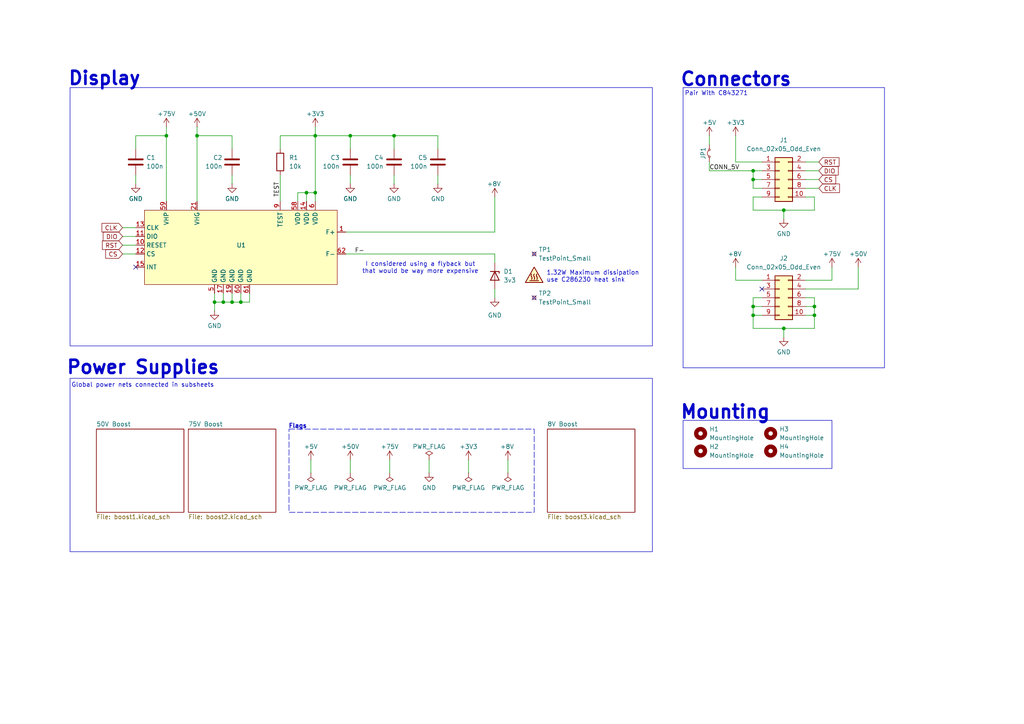
<source format=kicad_sch>
(kicad_sch (version 20250114) (generator "eeschema") (generator_version "9.0")
  (paper "A4")
  (title_block (title "GP1247AI Power Supply Board") (date "2025-11-28"))
  (lib_symbols
    (symbol "Connector:TestPoint_Small" (pin_numbers (hide yes)) (pin_names (offset 0.762) (hide yes))
      (property "Reference" "TP" (at 0 3.81 0))
      (property "Value" "TestPoint_Small" (at 0 2.032 0))
      (symbol "TestPoint_Small_0_1"
        (circle (center 0 0) (radius 0.508))
      )
      (symbol "TestPoint_Small_1_1"
        (pin passive line (at 0 0 90) (length 0) (name "1") (number "1"))
      )
    )
    (symbol "Connector_Generic:Conn_02x05_Odd_Even" (pin_names (offset 1.016) (hide yes))
      (property "Reference" "J" (at 1.27 7.62 0))
      (property "Value" "Conn_02x05_Odd_Even" (at 1.27 -7.62 0))
      (symbol "Conn_02x05_Odd_Even_1_1"
        (rectangle (start -1.27 6.35) (end 3.81 -6.35) (stroke (width 0.254)) (fill (type background)))
        (rectangle (start -1.27 5.207) (end 0 4.953) (stroke (width 0.1524)))
        (rectangle (start -1.27 2.667) (end 0 2.413) (stroke (width 0.1524)))
        (rectangle (start -1.27 0.127) (end 0 -0.127) (stroke (width 0.1524)))
        (rectangle (start -1.27 -2.413) (end 0 -2.667) (stroke (width 0.1524)))
        (rectangle (start -1.27 -4.953) (end 0 -5.207) (stroke (width 0.1524)))
        (rectangle (start 3.81 5.207) (end 2.54 4.953) (stroke (width 0.1524)))
        (rectangle (start 3.81 2.667) (end 2.54 2.413) (stroke (width 0.1524)))
        (rectangle (start 3.81 0.127) (end 2.54 -0.127) (stroke (width 0.1524)))
        (rectangle (start 3.81 -2.413) (end 2.54 -2.667) (stroke (width 0.1524)))
        (rectangle (start 3.81 -4.953) (end 2.54 -5.207) (stroke (width 0.1524)))
        (pin passive line (at -5.08 5.08 0) (length 3.81) (name "Pin_1") (number "1"))
        (pin passive line (at -5.08 2.54 0) (length 3.81) (name "Pin_3") (number "3"))
        (pin passive line (at -5.08 0 0) (length 3.81) (name "Pin_5") (number "5"))
        (pin passive line (at -5.08 -2.54 0) (length 3.81) (name "Pin_7") (number "7"))
        (pin passive line (at -5.08 -5.08 0) (length 3.81) (name "Pin_9") (number "9"))
        (pin passive line (at 7.62 5.08 180) (length 3.81) (name "Pin_2") (number "2"))
        (pin passive line (at 7.62 2.54 180) (length 3.81) (name "Pin_4") (number "4"))
        (pin passive line (at 7.62 0 180) (length 3.81) (name "Pin_6") (number "6"))
        (pin passive line (at 7.62 -2.54 180) (length 3.81) (name "Pin_8") (number "8"))
        (pin passive line (at 7.62 -5.08 180) (length 3.81) (name "Pin_10") (number "10"))
      )
    )
    (symbol "CustomSymbols:GP1247AI"
      (property "Reference" "U" (at -1.016 0.254 0))
      (symbol "GP1247AI_1_1"
        (rectangle (start -25.4 10.16) (end 30.48 -11.43) (fill (type background)))
        (pin passive line (at -27.94 5.08 0) (length 2.54) (name "CLK") (number "13"))
        (pin passive line (at -27.94 2.54 0) (length 2.54) (name "DIO") (number "11"))
        (pin passive line (at -27.94 0 0) (length 2.54) (name "RESET") (number "10"))
        (pin passive line (at -27.94 -2.54 0) (length 2.54) (name "CS") (number "12"))
        (pin passive line (at -27.94 -6.35 0) (length 2.54) (name "INT") (number "15"))
        (pin no_connect line (at -25.4 -8.89 90) (length 2.54) (hide yes) (name "NC") (number "8"))
        (pin no_connect line (at -24.13 -8.89 90) (length 2.54) (hide yes) (name "NC") (number "18"))
        (pin no_connect line (at -22.86 -8.89 90) (length 2.54) (hide yes) (name "NC") (number "20"))
        (pin no_connect line (at -21.59 -8.89 90) (length 2.54) (hide yes) (name "NC") (number "22"))
        (pin no_connect line (at -20.32 -8.89 90) (length 2.54) (hide yes) (name "NC") (number "23"))
        (pin power_in line (at -19.05 12.7 270) (length 2.54) (name "VHP") (number "59"))
        (pin no_connect line (at -19.05 -8.89 90) (length 2.54) (hide yes) (name "NC") (number "24"))
        (pin no_connect line (at -17.78 -8.89 90) (length 2.54) (hide yes) (name "NC") (number "25"))
        (pin no_connect line (at -16.51 -8.89 90) (length 2.54) (hide yes) (name "NC") (number "26"))
        (pin no_connect line (at -15.24 -8.89 90) (length 2.54) (hide yes) (name "NC") (number "27"))
        (pin no_connect line (at -13.97 -8.89 90) (length 2.54) (hide yes) (name "NC") (number "28"))
        (pin no_connect line (at -12.7 -8.89 90) (length 2.54) (hide yes) (name "NC") (number "29"))
        (pin no_connect line (at -11.43 0 180) (length 2.54) (hide yes) (name "NC") (number "7"))
        (pin no_connect line (at -11.43 -1.27 180) (length 2.54) (hide yes) (name "NC") (number "16"))
        (pin no_connect line (at -11.43 -8.89 90) (length 2.54) (hide yes) (name "NC") (number "30"))
        (pin power_in line (at -10.16 12.7 270) (length 2.54) (name "VHG") (number "21"))
        (pin no_connect line (at -10.16 -8.89 90) (length 2.54) (hide yes) (name "NC") (number "31"))
        (pin no_connect line (at -8.89 -8.89 90) (length 2.54) (hide yes) (name "NC") (number "32"))
        (pin no_connect line (at -7.62 -8.89 90) (length 2.54) (hide yes) (name "NC") (number "33"))
        (pin power_in line (at -5.08 -13.97 90) (length 2.54) (name "GND") (number "5"))
        (pin power_in line (at -2.54 -13.97 90) (length 2.54) (name "GND") (number "17"))
        (pin power_in line (at 0 -13.97 90) (length 2.54) (name "GND") (number "19"))
        (pin no_connect line (at 1.27 8.89 270) (length 2.54) (hide yes) (name "NC") (number "57"))
        (pin no_connect line (at 2.54 8.89 270) (length 2.54) (hide yes) (name "NC") (number "56"))
        (pin power_in line (at 2.54 -13.97 90) (length 2.54) (name "GND") (number "60"))
        (pin no_connect line (at 3.81 8.89 270) (length 2.54) (hide yes) (name "NC") (number "55"))
        (pin no_connect line (at 5.08 8.89 270) (length 2.54) (hide yes) (name "NC") (number "54"))
        (pin power_in line (at 5.08 -13.97 90) (length 2.54) (name "GND") (number "61"))
        (pin no_connect line (at 6.35 8.89 270) (length 2.54) (hide yes) (name "NC") (number "53"))
        (pin no_connect line (at 7.62 -8.89 90) (length 2.54) (hide yes) (name "NC") (number "34"))
        (pin no_connect line (at 8.89 -8.89 90) (length 2.54) (hide yes) (name "NC") (number "35"))
        (pin no_connect line (at 10.16 -8.89 90) (length 2.54) (hide yes) (name "NC") (number "36"))
        (pin no_connect line (at 11.43 -8.89 90) (length 2.54) (hide yes) (name "NC") (number "37"))
        (pin no_connect line (at 12.7 -8.89 90) (length 2.54) (hide yes) (name "NC") (number "38"))
        (pin passive line (at 13.97 12.7 270) (length 2.54) (name "TEST") (number "9"))
        (pin no_connect line (at 13.97 -8.89 90) (length 2.54) (hide yes) (name "NC") (number "39"))
        (pin no_connect line (at 15.24 -8.89 90) (length 2.54) (hide yes) (name "NC") (number "40"))
        (pin no_connect line (at 16.51 -8.89 90) (length 2.54) (hide yes) (name "NC") (number "41"))
        (pin no_connect line (at 17.78 -8.89 90) (length 2.54) (hide yes) (name "NC") (number "42"))
        (pin power_in line (at 19.05 12.7 270) (length 2.54) (name "VDD") (number "58"))
        (pin no_connect line (at 19.05 -8.89 90) (length 2.54) (hide yes) (name "NC") (number "43"))
        (pin no_connect line (at 20.32 -8.89 90) (length 2.54) (hide yes) (name "NC") (number "44"))
        (pin power_in line (at 21.59 12.7 270) (length 2.54) (name "VDD") (number "14"))
        (pin no_connect line (at 21.59 -8.89 90) (length 2.54) (hide yes) (name "NC") (number "45"))
        (pin no_connect line (at 22.86 -8.89 90) (length 2.54) (hide yes) (name "NC") (number "46"))
        (pin power_in line (at 24.13 12.7 270) (length 2.54) (name "VDD") (number "6"))
        (pin no_connect line (at 24.13 -8.89 90) (length 2.54) (hide yes) (name "NC") (number "47"))
        (pin no_connect line (at 25.4 -8.89 90) (length 2.54) (hide yes) (name "NC") (number "48"))
        (pin no_connect line (at 26.67 -8.89 90) (length 2.54) (hide yes) (name "NC") (number "49"))
        (pin no_connect line (at 27.94 -8.89 90) (length 2.54) (hide yes) (name "NC") (number "50"))
        (pin no_connect line (at 29.21 -8.89 90) (length 2.54) (hide yes) (name "NC") (number "51"))
        (pin no_connect line (at 30.48 -8.89 90) (length 2.54) (hide yes) (name "NC") (number "52"))
        (pin passive line (at 33.02 3.81 180) (length 2.54) (name "F+") (number "1"))
        (pin passive line (at 33.02 3.81 180) (length 2.54) (hide yes) (name "F+") (number "2"))
        (pin passive line (at 33.02 3.81 180) (length 2.54) (hide yes) (name "F+") (number "3"))
        (pin passive line (at 33.02 3.81 180) (length 2.54) (hide yes) (name "F+") (number "4"))
        (pin passive line (at 33.02 -2.54 180) (length 2.54) (name "F-") (number "62"))
        (pin passive line (at 33.02 -2.54 180) (length 2.54) (hide yes) (name "F-") (number "63"))
        (pin passive line (at 33.02 -2.54 180) (length 2.54) (hide yes) (name "F-") (number "64"))
        (pin passive line (at 33.02 -2.54 180) (length 2.54) (hide yes) (name "F-") (number "65"))
      )
    )
    (symbol "Device:C" (pin_numbers (hide yes)) (pin_names (offset 0.254))
      (property "Reference" "C" (at 0.635 2.54 0))
      (property "Value" "C" (at 0.635 -2.54 0))
      (symbol "C_0_1"
        (polyline (pts (xy -2.032 0.762) (xy 2.032 0.762)) (stroke (width 0.508)))
        (polyline (pts (xy -2.032 -0.762) (xy 2.032 -0.762)) (stroke (width 0.508)))
      )
      (symbol "C_1_1"
        (pin passive line (at 0 3.81 270) (length 2.794) (name "~") (number "1"))
        (pin passive line (at 0 -3.81 90) (length 2.794) (name "~") (number "2"))
      )
    )
    (symbol "Device:D_Zener" (pin_numbers (hide yes)) (pin_names (offset 1.016) (hide yes))
      (property "Reference" "D" (at 0 2.54 0))
      (property "Value" "D_Zener" (at 0 -2.54 0))
      (symbol "D_Zener_0_1"
        (polyline (pts (xy -1.27 -1.27) (xy -1.27 1.27) (xy -0.762 1.27)) (stroke (width 0.254)))
        (polyline (pts (xy 1.27 0) (xy -1.27 0)))
        (polyline (pts (xy 1.27 -1.27) (xy 1.27 1.27) (xy -1.27 0) (xy 1.27 -1.27)) (stroke (width 0.254)))
      )
      (symbol "D_Zener_1_1"
        (pin passive line (at -3.81 0 0) (length 2.54) (name "K") (number "1"))
        (pin passive line (at 3.81 0 180) (length 2.54) (name "A") (number "2"))
      )
    )
    (symbol "Device:R" (pin_numbers (hide yes)) (pin_names (offset 0))
      (property "Reference" "R" (at 2.032 0 90))
      (property "Value" "R" (at 0 0 90))
      (symbol "R_0_1"
        (rectangle (start -1.016 -2.54) (end 1.016 2.54) (stroke (width 0.254)))
      )
      (symbol "R_1_1"
        (pin passive line (at 0 3.81 270) (length 1.27) (name "~") (number "1"))
        (pin passive line (at 0 -3.81 90) (length 1.27) (name "~") (number "2"))
      )
    )
    (symbol "Graphic:SYM_Hot_Small" (in_bom no) (on_board no)
      (symbol "SYM_Hot_Small_0_1"
        (polyline (pts (xy -2.54 -1.905) (xy 2.54 -1.905) (xy 0 2.54) (xy -2.54 -1.905)) (stroke (width 0.254)) (fill (type background)))
        (arc (start -0.762 -0.254) (mid -0.635 -0.635) (end -0.762 -1.016) (stroke (width 0.254)))
        (arc (start 0 -0.254) (mid 0.127 -0.635) (end 0 -1.016) (stroke (width 0.254)))
        (arc (start -0.762 -0.254) (mid -0.889 0.127) (end -0.762 0.508) (stroke (width 0.254)))
        (arc (start 0.762 -0.254) (mid 0.889 -0.635) (end 0.762 -1.016) (stroke (width 0.254)))
        (arc (start 0 -0.254) (mid -0.127 0.127) (end 0 0.508) (stroke (width 0.254)))
        (arc (start 0.762 -0.254) (mid 0.635 0.127) (end 0.762 0.508) (stroke (width 0.254)))
        (polyline (pts (xy 1.27 -1.397) (xy -1.27 -1.397)) (stroke (width 0.254)))
      )
    )
    (symbol "Jumper:Jumper_2_Small_Bridged" (pin_numbers (hide yes)) (pin_names (offset 0) (hide yes))
      (property "Reference" "JP" (at 0 2.032 0))
      (property "Value" "Jumper_2_Small_Bridged" (at 0 -2.286 0))
      (symbol "Jumper_2_Small_Bridged_0_0"
        (circle (center -1.016 0) (radius 0.254))
        (circle (center 1.016 0) (radius 0.254))
      )
      (symbol "Jumper_2_Small_Bridged_0_1"
        (arc (start -0.762 0.254) (mid 0 0.5696) (end 0.762 0.254))
      )
      (symbol "Jumper_2_Small_Bridged_1_1"
        (pin passive line (at -2.54 0 0) (length 1.27) (name "A") (number "1"))
        (pin passive line (at 2.54 0 180) (length 1.27) (name "B") (number "2"))
      )
    )
    (symbol "Mechanical:MountingHole" (pin_names (offset 1.016)) (in_bom no)
      (property "Reference" "H" (at 0 5.08 0))
      (property "Value" "MountingHole" (at 0 3.175 0))
      (symbol "MountingHole_0_1"
        (circle (center 0 0) (radius 1.27) (stroke (width 1.27)))
      )
    )
    (symbol "power:+3V3" (power) (pin_numbers (hide yes)) (pin_names (offset 0) (hide yes))
      (property "Value" "+3V3" (at 0 3.556 0))
      (symbol "+3V3_0_1"
        (polyline (pts (xy -0.762 1.27) (xy 0 2.54)))
        (polyline (pts (xy 0 2.54) (xy 0.762 1.27)))
        (polyline (pts (xy 0 0) (xy 0 2.54)))
      )
      (symbol "+3V3_1_1"
        (pin power_in line (at 0 0 90) (length 0) (name "~") (number "1"))
      )
    )
    (symbol "power:+5V" (power) (pin_numbers (hide yes)) (pin_names (offset 0) (hide yes))
      (property "Value" "+5V" (at 0 3.556 0))
      (symbol "+5V_0_1"
        (polyline (pts (xy -0.762 1.27) (xy 0 2.54)))
        (polyline (pts (xy 0 2.54) (xy 0.762 1.27)))
        (polyline (pts (xy 0 0) (xy 0 2.54)))
      )
      (symbol "+5V_1_1"
        (pin power_in line (at 0 0 90) (length 0) (name "~") (number "1"))
      )
    )
    (symbol "power:GND" (power) (pin_numbers (hide yes)) (pin_names (offset 0) (hide yes))
      (property "Value" "GND" (at 0 -3.81 0))
      (symbol "GND_0_1"
        (polyline (pts (xy 0 0) (xy 0 -1.27) (xy 1.27 -1.27) (xy 0 -2.54) (xy -1.27 -1.27) (xy 0 -1.27)))
      )
      (symbol "GND_1_1"
        (pin power_in line (at 0 0 270) (length 0) (name "~") (number "1"))
      )
    )
    (symbol "power:PWR_FLAG" (power) (pin_numbers (hide yes)) (pin_names (offset 0) (hide yes))
      (property "Value" "PWR_FLAG" (at 0 3.81 0))
      (symbol "PWR_FLAG_0_0"
        (pin power_out line (at 0 0 90) (length 0) (name "~") (number "1"))
      )
      (symbol "PWR_FLAG_0_1"
        (polyline (pts (xy 0 0) (xy 0 1.27) (xy -1.016 1.905) (xy 0 2.54) (xy 1.016 1.905) (xy 0 1.27)))
      )
    )
    (symbol "power:VDC" (power) (pin_numbers (hide yes)) (pin_names (offset 0) (hide yes))
      (property "Value" "VDC" (at 0 3.556 0))
      (symbol "VDC_0_1"
        (polyline (pts (xy -0.762 1.27) (xy 0 2.54)))
        (polyline (pts (xy 0 2.54) (xy 0.762 1.27)))
        (polyline (pts (xy 0 0) (xy 0 2.54)))
      )
      (symbol "VDC_1_1"
        (pin power_in line (at 0 0 90) (length 0) (name "~") (number "1"))
      )
    )
  )
  (rectangle (start 198.12 121.92) (end 241.3 135.89))
  (rectangle (start 198.12 25.4) (end 256.54 106.68))
  (rectangle (start 20.32 109.728) (end 189.23 160.02))
  (rectangle (start 20.32 25.4) (end 189.23 100.33))
  (rectangle (start 83.82 124.46) (end 154.94 148.59) (stroke (width 0) (type dash)))
  (text "Mounting" (at 197.104 119.634 0) (effects (font (size 3.81 3.81) (thickness 0.762) (bold yes)) (justify left)))
  (text "Display\n" (at 19.558 22.86 0) (effects (font (size 3.81 3.81) (thickness 0.762) (bold yes)) (justify left)))
  (text "Pair With C843271" (at 207.772 27.178 0) (effects (font (size 1.27 1.27))))
  (text "I considered using a flyback but\nthat would be way more expensive" (at 121.92 77.724 0) (effects (font (size 1.27 1.27))))
  (text "Global power nets connected in subsheets" (at 41.402 111.76 0) (effects (font (size 1.27 1.27))))
  (text "Power Supplies" (at 19.05 106.68 0) (effects (font (size 3.81 3.81) (thickness 0.762) (bold yes)) (justify left)))
  (text "Connectors" (at 197.104 23.114 0) (effects (font (size 3.81 3.81) (thickness 0.762) (bold yes)) (justify left)))
  (text "Flags" (at 86.36 123.698 0) (effects (font (size 1.27 1.27) (thickness 0.254) (bold yes))))
  (text "1.32W Maximum dissipation\nuse C286230 heat sink" (at 158.496 80.264 0) (effects (font (size 1.27 1.27)) (justify left)))
  (junction (at 69.85 87.63))
  (junction (at 57.15 39.37))
  (junction (at 218.44 88.9))
  (junction (at 62.23 87.63))
  (junction (at 218.44 49.53))
  (junction (at 101.6 39.37))
  (junction (at 236.22 91.44))
  (junction (at 236.22 88.9))
  (junction (at 64.77 87.63))
  (junction (at 67.31 87.63))
  (junction (at 227.33 60.96))
  (junction (at 91.44 55.88))
  (junction (at 218.44 91.44))
  (junction (at 114.3 39.37))
  (junction (at 218.44 52.07))
  (junction (at 227.33 95.25))
  (junction (at 88.9 55.88))
  (junction (at 91.44 39.37))
  (junction (at 48.26 39.37))
  (no_connect (at 220.98 83.82))
  (no_connect (at 39.37 77.47))
  (no_connect (at 154.94 73.66))
  (no_connect (at 154.94 86.36))
  (wire (pts (xy 57.15 36.83) (xy 57.15 39.37)))
  (wire (pts (xy 127 50.8) (xy 127 53.34)))
  (wire (pts (xy 248.92 83.82) (xy 233.68 83.82)))
  (wire (pts (xy 124.46 133.35) (xy 124.46 137.16)))
  (wire (pts (xy 236.22 95.25) (xy 236.22 91.44)))
  (wire (pts (xy 48.26 36.83) (xy 48.26 39.37)))
  (wire (pts (xy 218.44 95.25) (xy 227.33 95.25)))
  (wire (pts (xy 39.37 39.37) (xy 39.37 43.18)))
  (wire (pts (xy 114.3 50.8) (xy 114.3 53.34)))
  (wire (pts (xy 101.6 133.35) (xy 101.6 137.16)))
  (wire (pts (xy 127 39.37) (xy 114.3 39.37)))
  (wire (pts (xy 237.49 49.53) (xy 233.68 49.53)))
  (wire (pts (xy 57.15 39.37) (xy 57.15 58.42)))
  (wire (pts (xy 91.44 55.88) (xy 88.9 55.88)))
  (wire (pts (xy 233.68 81.28) (xy 241.3 81.28)))
  (wire (pts (xy 236.22 91.44) (xy 233.68 91.44)))
  (wire (pts (xy 35.56 66.04) (xy 39.37 66.04)))
  (wire (pts (xy 91.44 39.37) (xy 101.6 39.37)))
  (wire (pts (xy 90.17 133.35) (xy 90.17 137.16)))
  (wire (pts (xy 143.51 83.82) (xy 143.51 86.36)))
  (wire (pts (xy 218.44 91.44) (xy 218.44 95.25)))
  (wire (pts (xy 220.98 88.9) (xy 218.44 88.9)))
  (wire (pts (xy 205.74 46.99) (xy 205.74 49.53)))
  (wire (pts (xy 237.49 54.61) (xy 233.68 54.61)))
  (wire (pts (xy 57.15 39.37) (xy 67.31 39.37)))
  (wire (pts (xy 233.68 86.36) (xy 236.22 86.36)))
  (wire (pts (xy 227.33 95.25) (xy 227.33 97.79)))
  (wire (pts (xy 218.44 91.44) (xy 218.44 88.9)))
  (wire (pts (xy 101.6 50.8) (xy 101.6 53.34)))
  (wire (pts (xy 100.33 67.31) (xy 143.51 67.31)))
  (wire (pts (xy 218.44 86.36) (xy 220.98 86.36)))
  (wire (pts (xy 220.98 91.44) (xy 218.44 91.44)))
  (wire (pts (xy 35.56 73.66) (xy 39.37 73.66)))
  (wire (pts (xy 67.31 50.8) (xy 67.31 53.34)))
  (wire (pts (xy 113.03 133.35) (xy 113.03 137.16)))
  (wire (pts (xy 72.39 85.09) (xy 72.39 87.63)))
  (wire (pts (xy 236.22 86.36) (xy 236.22 88.9)))
  (wire (pts (xy 62.23 85.09) (xy 62.23 87.63)))
  (wire (pts (xy 147.32 133.35) (xy 147.32 137.16)))
  (wire (pts (xy 205.74 39.37) (xy 205.74 41.91)))
  (wire (pts (xy 218.44 49.53) (xy 220.98 49.53)))
  (wire (pts (xy 35.56 68.58) (xy 39.37 68.58)))
  (wire (pts (xy 100.33 73.66) (xy 143.51 73.66)))
  (wire (pts (xy 237.49 52.07) (xy 233.68 52.07)))
  (wire (pts (xy 67.31 85.09) (xy 67.31 87.63)))
  (wire (pts (xy 81.28 39.37) (xy 81.28 43.18)))
  (wire (pts (xy 218.44 54.61) (xy 218.44 52.07)))
  (wire (pts (xy 91.44 39.37) (xy 91.44 55.88)))
  (wire (pts (xy 236.22 88.9) (xy 236.22 91.44)))
  (wire (pts (xy 213.36 81.28) (xy 213.36 77.47)))
  (wire (pts (xy 227.33 60.96) (xy 236.22 60.96)))
  (wire (pts (xy 67.31 87.63) (xy 69.85 87.63)))
  (wire (pts (xy 227.33 95.25) (xy 236.22 95.25)))
  (wire (pts (xy 48.26 39.37) (xy 39.37 39.37)))
  (wire (pts (xy 86.36 55.88) (xy 86.36 58.42)))
  (wire (pts (xy 48.26 39.37) (xy 48.26 58.42)))
  (wire (pts (xy 248.92 77.47) (xy 248.92 83.82)))
  (wire (pts (xy 233.68 88.9) (xy 236.22 88.9)))
  (wire (pts (xy 91.44 39.37) (xy 81.28 39.37)))
  (wire (pts (xy 64.77 85.09) (xy 64.77 87.63)))
  (wire (pts (xy 69.85 85.09) (xy 69.85 87.63)))
  (wire (pts (xy 236.22 60.96) (xy 236.22 57.15)))
  (wire (pts (xy 64.77 87.63) (xy 67.31 87.63)))
  (wire (pts (xy 91.44 58.42) (xy 91.44 55.88)))
  (wire (pts (xy 35.56 71.12) (xy 39.37 71.12)))
  (wire (pts (xy 213.36 39.37) (xy 213.36 46.99)))
  (wire (pts (xy 220.98 54.61) (xy 218.44 54.61)))
  (wire (pts (xy 101.6 39.37) (xy 101.6 43.18)))
  (wire (pts (xy 237.49 46.99) (xy 233.68 46.99)))
  (wire (pts (xy 135.89 133.35) (xy 135.89 137.16)))
  (wire (pts (xy 236.22 57.15) (xy 233.68 57.15)))
  (wire (pts (xy 220.98 46.99) (xy 213.36 46.99)))
  (wire (pts (xy 220.98 52.07) (xy 218.44 52.07)))
  (wire (pts (xy 220.98 81.28) (xy 213.36 81.28)))
  (wire (pts (xy 143.51 73.66) (xy 143.51 76.2)))
  (wire (pts (xy 88.9 55.88) (xy 86.36 55.88)))
  (wire (pts (xy 143.51 67.31) (xy 143.51 57.15)))
  (wire (pts (xy 101.6 39.37) (xy 114.3 39.37)))
  (wire (pts (xy 227.33 60.96) (xy 227.33 63.5)))
  (wire (pts (xy 218.44 52.07) (xy 218.44 49.53)))
  (wire (pts (xy 67.31 39.37) (xy 67.31 43.18)))
  (wire (pts (xy 91.44 36.83) (xy 91.44 39.37)))
  (wire (pts (xy 62.23 87.63) (xy 62.23 90.17)))
  (wire (pts (xy 218.44 88.9) (xy 218.44 86.36)))
  (wire (pts (xy 220.98 57.15) (xy 218.44 57.15)))
  (wire (pts (xy 88.9 55.88) (xy 88.9 58.42)))
  (wire (pts (xy 218.44 60.96) (xy 227.33 60.96)))
  (wire (pts (xy 39.37 50.8) (xy 39.37 53.34)))
  (wire (pts (xy 127 43.18) (xy 127 39.37)))
  (wire (pts (xy 218.44 57.15) (xy 218.44 60.96)))
  (wire (pts (xy 62.23 87.63) (xy 64.77 87.63)))
  (wire (pts (xy 69.85 87.63) (xy 72.39 87.63)))
  (wire (pts (xy 114.3 43.18) (xy 114.3 39.37)))
  (wire (pts (xy 241.3 81.28) (xy 241.3 77.47)))
  (wire (pts (xy 81.28 50.8) (xy 81.28 58.42)))
  (wire (pts (xy 205.74 49.53) (xy 218.44 49.53)))
  (label "F-" (at 102.87 73.66 0))
  (label "CONN_5V" (at 205.74 49.53 0))
  (label "TEST" (at 81.28 57.15 90))
  (global_label "CLK" (shape input) (at 35.56 66.04 180) (property "Intersheetrefs" "${INTERSHEET_REFS}" (effects (hide yes))))
  (global_label "DIO" (shape input) (at 35.56 68.58 180) (property "Intersheetrefs" "${INTERSHEET_REFS}" (effects (hide yes))))
  (global_label "DIO" (shape input) (at 237.49 49.53 0) (property "Intersheetrefs" "${INTERSHEET_REFS}" (effects (hide yes))))
  (global_label "CLK" (shape input) (at 237.49 54.61 0) (property "Intersheetrefs" "${INTERSHEET_REFS}" (effects (hide yes))))
  (global_label "RST" (shape input) (at 237.49 46.99 0) (property "Intersheetrefs" "${INTERSHEET_REFS}" (effects (hide yes))))
  (global_label "CS" (shape input) (at 237.49 52.07 0) (property "Intersheetrefs" "${INTERSHEET_REFS}" (effects (hide yes))))
  (global_label "RST" (shape input) (at 35.56 71.12 180) (property "Intersheetrefs" "${INTERSHEET_REFS}" (effects (hide yes))))
  (global_label "CS" (shape input) (at 35.56 73.66 180) (property "Intersheetrefs" "${INTERSHEET_REFS}" (effects (hide yes))))
  (symbol (lib_id "Device:C") (at 114.3 46.99 0) (mirror y) (unit 1)
    (property "Reference" "C4" (at 111.252 45.72 0) (effects (justify left)))
    (property "Value" "100n" (at 111.252 48.26 0) (effects (justify left)))
    (property "Footprint" "Capacitor_SMD:C_0603_1608Metric" (effects (hide yes)))
    (property "Datasheet" "https://www.lcsc.com/datasheet/C15725.pdf" (effects (hide yes)))
    (property "Description" "Unpolarized capacitor" (effects (hide yes)))
    (property "LCSC PART #" "C15725" (effects (hide yes)))
  )
  (symbol (lib_id "power:VDC") (at 213.36 77.47 0) (unit 1)
    (property "Reference" "#PWR019" (effects (hide yes)))
    (property "Value" "+8V" (at 211.074 73.66 0) (effects (justify left)))
    (property "Description" "Power symbol creates a global label with name \"VDC\"" (effects (hide yes)))
  )
  (symbol (lib_id "power:GND") (at 127 53.34 0) (mirror y) (unit 1)
    (property "Reference" "#PWR08" (effects (hide yes)))
    (property "Value" "GND" (at 127 57.658 0))
    (property "Description" "Power symbol creates a global label with name \"GND\" , ground" (effects (hide yes)))
  )
  (symbol (lib_id "power:VDC") (at 57.15 36.83 0) (unit 1)
    (property "Reference" "#PWR02" (effects (hide yes)))
    (property "Value" "+50V" (at 57.15 33.02 0))
    (property "Description" "Power symbol creates a global label with name \"VDC\"" (effects (hide yes)))
  )
  (symbol (lib_id "Connector_Generic:Conn_02x05_Odd_Even") (at 226.06 86.36 0) (unit 1)
    (property "Reference" "J2" (at 227.33 74.93 0))
    (property "Value" "Conn_02x05_Odd_Even" (at 227.33 77.47 0))
    (property "Footprint" "Connector_PinHeader_2.54mm:PinHeader_2x05_P2.54mm_Vertical_SMD" (effects (hide yes)))
    (property "Datasheet" "https://www.lcsc.com/datasheet/C32713285.pdf" (effects (hide yes)))
    (property "Description" "Generic connector, double row, 02x05, odd/even pin numbering scheme (row 1 odd numbers, row 2 even numbers), script generated (kicad-library-utils/schlib/autogen/connector/)" (effects (hide yes)))
    (property "LCSC PART #" "C32713285" (effects (hide yes)))
  )
  (symbol (lib_id "power:+5V") (at 90.17 133.35 0) (unit 1)
    (property "Reference" "#PWR010" (effects (hide yes)))
    (property "Value" "+5V" (at 90.17 129.54 0))
    (property "Description" "Power symbol creates a global label with name \"+5V\"" (effects (hide yes)))
  )
  (symbol (lib_id "power:+3V3") (at 135.89 133.35 0) (unit 1)
    (property "Reference" "#PWR013" (effects (hide yes)))
    (property "Value" "+3V3" (at 135.89 129.54 0))
    (property "Description" "Power symbol creates a global label with name \"+3V3\"" (effects (hide yes)))
  )
  (symbol (lib_id "power:VDC") (at 147.32 133.35 0) (unit 1)
    (property "Reference" "#PWR060" (effects (hide yes)))
    (property "Value" "+8V" (at 145.034 129.54 0) (effects (justify left)))
    (property "Description" "Power symbol creates a global label with name \"VDC\"" (effects (hide yes)))
  )
  (symbol (lib_id "power:VDC") (at 248.92 77.47 0) (unit 1)
    (property "Reference" "#PWR021" (effects (hide yes)))
    (property "Value" "+50V" (at 248.92 73.66 0))
    (property "Description" "Power symbol creates a global label with name \"VDC\"" (effects (hide yes)))
  )
  (symbol (lib_id "power:GND") (at 227.33 63.5 0) (mirror y) (unit 1)
    (property "Reference" "#PWR022" (effects (hide yes)))
    (property "Value" "GND" (at 227.33 67.818 0))
    (property "Description" "Power symbol creates a global label with name \"GND\" , ground" (effects (hide yes)))
  )
  (symbol (lib_id "Connector:TestPoint_Small") (at 154.94 73.66 0) (unit 1)
    (property "Reference" "TP1" (at 156.21 72.3899 0) (effects (justify left)))
    (property "Value" "TestPoint_Small" (at 156.21 74.9299 0) (effects (justify left)))
    (property "Footprint" "CustomFootprints:TestPoint_Keystone_5019_Miniature" (effects (hide yes)))
    (property "Datasheet" "https://www.lcsc.com/datasheet/C5199800.pdf" (effects (hide yes)))
    (property "Description" "test point" (effects (hide yes)))
    (property "LCSC PART #" "C5199800" (effects (hide yes)))
  )
  (symbol (lib_id "power:GND") (at 67.31 53.34 0) (mirror y) (unit 1)
    (property "Reference" "#PWR05" (effects (hide yes)))
    (property "Value" "GND" (at 67.31 57.658 0))
    (property "Description" "Power symbol creates a global label with name \"GND\" , ground" (effects (hide yes)))
  )
  (symbol (lib_id "power:+3V3") (at 91.44 36.83 0) (unit 1)
    (property "Reference" "#PWR03" (effects (hide yes)))
    (property "Value" "+3V3" (at 91.44 33.02 0))
    (property "Description" "Power symbol creates a global label with name \"+3V3\"" (effects (hide yes)))
  )
  (symbol (lib_id "Jumper:Jumper_2_Small_Bridged") (at 205.74 44.45 90) (unit 1)
    (property "Reference" "JP1" (at 203.962 44.45 0))
    (property "Value" "Jumper_2_Small_Bridged" (effects (hide yes)))
    (property "Footprint" "Connector_PinHeader_2.54mm:PinHeader_1x02_P2.54mm_Vertical_SMD_Pin1Left" (effects (hide yes)))
    (property "Datasheet" "https://www.lcsc.com/datasheet/C41432920.pdf" (effects (hide yes)))
    (property "Description" "Jumper, 2-pole, small symbol, bridged" (effects (hide yes)))
    (property "LCSC PART #" "C41432920" (effects (hide yes)))
  )
  (symbol (lib_id "Connector_Generic:Conn_02x05_Odd_Even") (at 226.06 52.07 0) (unit 1)
    (property "Reference" "J1" (at 227.33 40.64 0))
    (property "Value" "Conn_02x05_Odd_Even" (at 227.33 43.18 0))
    (property "Footprint" "Connector_PinHeader_2.54mm:PinHeader_2x05_P2.54mm_Vertical_SMD" (effects (hide yes)))
    (property "Datasheet" "https://www.lcsc.com/datasheet/C32713285.pdf" (effects (hide yes)))
    (property "Description" "Generic connector, double row, 02x05, odd/even pin numbering scheme (row 1 odd numbers, row 2 even numbers), script generated (kicad-library-utils/schlib/autogen/connector/)" (effects (hide yes)))
    (property "LCSC PART #" "C32713285" (effects (hide yes)))
  )
  (symbol (lib_id "Device:C") (at 101.6 46.99 0) (mirror y) (unit 1)
    (property "Reference" "C3" (at 98.552 45.72 0) (effects (justify left)))
    (property "Value" "100n" (at 98.552 48.26 0) (effects (justify left)))
    (property "Footprint" "Capacitor_SMD:C_0603_1608Metric" (effects (hide yes)))
    (property "Datasheet" "https://www.lcsc.com/datasheet/C15725.pdf" (effects (hide yes)))
    (property "Description" "Unpolarized capacitor" (effects (hide yes)))
    (property "LCSC PART #" "C15725" (effects (hide yes)))
  )
  (symbol (lib_id "power:VDC") (at 241.3 77.47 0) (unit 1)
    (property "Reference" "#PWR020" (effects (hide yes)))
    (property "Value" "+75V" (at 241.3 73.66 0))
    (property "Description" "Power symbol creates a global label with name \"VDC\"" (effects (hide yes)))
  )
  (symbol (lib_id "power:VDC") (at 113.03 133.35 0) (unit 1)
    (property "Reference" "#PWR012" (effects (hide yes)))
    (property "Value" "+75V" (at 113.03 129.54 0))
    (property "Description" "Power symbol creates a global label with name \"VDC\"" (effects (hide yes)))
  )
  (symbol (lib_id "Device:C") (at 39.37 46.99 0) (unit 1)
    (property "Reference" "C1" (at 42.418 45.72 0) (effects (justify left)))
    (property "Value" "100n" (at 42.418 48.26 0) (effects (justify left)))
    (property "Footprint" "Capacitor_SMD:C_0603_1608Metric" (effects (hide yes)))
    (property "Datasheet" "https://www.lcsc.com/datasheet/C15725.pdf" (effects (hide yes)))
    (property "Description" "Unpolarized capacitor" (effects (hide yes)))
    (property "LCSC PART #" "C15725" (effects (hide yes)))
  )
  (symbol (lib_id "power:GND") (at 124.46 137.16 0) (mirror y) (unit 1)
    (property "Reference" "#PWR014" (effects (hide yes)))
    (property "Value" "GND" (at 124.46 141.478 0))
    (property "Description" "Power symbol creates a global label with name \"GND\" , ground" (effects (hide yes)))
  )
  (symbol (lib_id "power:GND") (at 114.3 53.34 0) (mirror y) (unit 1)
    (property "Reference" "#PWR07" (effects (hide yes)))
    (property "Value" "GND" (at 114.3 57.658 0))
    (property "Description" "Power symbol creates a global label with name \"GND\" , ground" (effects (hide yes)))
  )
  (symbol (lib_id "Device:C") (at 67.31 46.99 0) (mirror y) (unit 1)
    (property "Reference" "C2" (at 64.516 45.72 0) (effects (justify left)))
    (property "Value" "100n" (at 64.516 48.26 0) (effects (justify left)))
    (property "Footprint" "Capacitor_SMD:C_0603_1608Metric" (effects (hide yes)))
    (property "Datasheet" "https://www.lcsc.com/datasheet/C15725.pdf" (effects (hide yes)))
    (property "Description" "Unpolarized capacitor" (effects (hide yes)))
    (property "LCSC PART #" "C15725" (effects (hide yes)))
  )
  (symbol (lib_id "power:+5V") (at 205.74 39.37 0) (unit 1)
    (property "Reference" "#PWR017" (effects (hide yes)))
    (property "Value" "+5V" (at 205.74 35.56 0))
    (property "Description" "Power symbol creates a global label with name \"+5V\"" (effects (hide yes)))
  )
  (symbol (lib_id "Mechanical:MountingHole") (at 203.2 130.81 0) (unit 1) (in_bom no)
    (property "Reference" "H2" (at 205.74 129.5399 0) (effects (justify left)))
    (property "Value" "MountingHole" (at 205.74 132.0799 0) (effects (justify left)))
    (property "Footprint" "MountingHole:MountingHole_3.2mm_M3" (effects (hide yes)))
    (property "Description" "Mounting Hole without connection" (effects (hide yes)))
  )
  (symbol (lib_id "power:GND") (at 227.33 97.79 0) (mirror y) (unit 1)
    (property "Reference" "#PWR023" (effects (hide yes)))
    (property "Value" "GND" (at 227.33 102.108 0))
    (property "Description" "Power symbol creates a global label with name \"GND\" , ground" (effects (hide yes)))
  )
  (symbol (lib_id "power:VDC") (at 143.51 57.15 0) (unit 1)
    (property "Reference" "#PWR09" (effects (hide yes)))
    (property "Value" "+8V" (at 141.224 53.34 0) (effects (justify left)))
    (property "Description" "Power symbol creates a global label with name \"VDC\"" (effects (hide yes)))
  )
  (symbol (lib_id "Mechanical:MountingHole") (at 203.2 125.73 0) (unit 1) (in_bom no)
    (property "Reference" "H1" (at 205.74 124.4599 0) (effects (justify left)))
    (property "Value" "MountingHole" (at 205.74 126.9999 0) (effects (justify left)))
    (property "Footprint" "MountingHole:MountingHole_3.2mm_M3" (effects (hide yes)))
    (property "Description" "Mounting Hole without connection" (effects (hide yes)))
  )
  (symbol (lib_id "Mechanical:MountingHole") (at 223.52 130.81 0) (unit 1) (in_bom no)
    (property "Reference" "H4" (at 226.06 129.5399 0) (effects (justify left)))
    (property "Value" "MountingHole" (at 226.06 132.0799 0) (effects (justify left)))
    (property "Footprint" "MountingHole:MountingHole_3.2mm_M3" (effects (hide yes)))
    (property "Description" "Mounting Hole without connection" (effects (hide yes)))
  )
  (symbol (lib_id "power:GND") (at 143.51 86.36 0) (unit 1)
    (property "Reference" "#PWR015" (effects (hide yes)))
    (property "Value" "GND" (at 143.51 91.44 0))
    (property "Description" "Power symbol creates a global label with name \"GND\" , ground" (effects (hide yes)))
  )
  (symbol (lib_id "power:GND") (at 62.23 90.17 0) (mirror y) (unit 1)
    (property "Reference" "#PWR016" (effects (hide yes)))
    (property "Value" "GND" (at 62.23 94.488 0))
    (property "Description" "Power symbol creates a global label with name \"GND\" , ground" (effects (hide yes)))
  )
  (symbol (lib_id "Device:R") (at 81.28 46.99 0) (unit 1)
    (property "Reference" "R1" (at 83.82 45.7199 0) (effects (justify left)))
    (property "Value" "10k" (at 83.82 48.2599 0) (effects (justify left)))
    (property "Footprint" "Resistor_SMD:R_0603_1608Metric" (effects (hide yes)))
    (property "Datasheet" "https://www.lcsc.com/datasheet/C49652949.pdf" (effects (hide yes)))
    (property "Description" "Resistor" (effects (hide yes)))
    (property "LCSC PART #" "C49652949" (effects (hide yes)))
  )
  (symbol (lib_id "Device:C") (at 127 46.99 0) (mirror y) (unit 1)
    (property "Reference" "C5" (at 123.952 45.72 0) (effects (justify left)))
    (property "Value" "100n" (at 123.952 48.26 0) (effects (justify left)))
    (property "Footprint" "Capacitor_SMD:C_0603_1608Metric" (effects (hide yes)))
    (property "Datasheet" "https://www.lcsc.com/datasheet/C15725.pdf" (effects (hide yes)))
    (property "Description" "Unpolarized capacitor" (effects (hide yes)))
    (property "LCSC PART #" "C15725" (effects (hide yes)))
  )
  (symbol (lib_id "power:PWR_FLAG") (at 101.6 137.16 180) (unit 1)
    (property "Reference" "#FLG03" (effects (hide yes)))
    (property "Value" "PWR_FLAG" (at 101.6 141.478 0))
    (property "Description" "Special symbol for telling ERC where power comes from" (effects (hide yes)))
  )
  (symbol (lib_id "power:PWR_FLAG") (at 135.89 137.16 180) (unit 1)
    (property "Reference" "#FLG05" (effects (hide yes)))
    (property "Value" "PWR_FLAG" (at 135.89 141.478 0))
    (property "Description" "Special symbol for telling ERC where power comes from" (effects (hide yes)))
  )
  (symbol (lib_id "Graphic:SYM_Hot_Small") (at 154.94 80.01 0) (unit 1) (in_bom no) (on_board no)
    (property "Reference" "#SYM1" (effects (hide yes)))
    (property "Value" "SYM_Hot_Small" (effects (hide yes)))
    (property "Description" "Hot surface warning symbol, small" (effects (hide yes)))
  )
  (symbol (lib_id "power:VDC") (at 101.6 133.35 0) (unit 1)
    (property "Reference" "#PWR011" (effects (hide yes)))
    (property "Value" "+50V" (at 101.6 129.54 0))
    (property "Description" "Power symbol creates a global label with name \"VDC\"" (effects (hide yes)))
  )
  (symbol (lib_id "power:VDC") (at 48.26 36.83 0) (unit 1)
    (property "Reference" "#PWR01" (effects (hide yes)))
    (property "Value" "+75V" (at 48.26 33.02 0))
    (property "Description" "Power symbol creates a global label with name \"VDC\"" (effects (hide yes)))
  )
  (symbol (lib_id "CustomSymbols:GP1247AI") (at 67.31 71.12 0) (unit 1)
    (property "Reference" "U1" (at 68.58 71.12 0) (effects (justify left)))
    (property "Footprint" "CustomFootprints:GP1247AI" (effects (hide yes)))
    (property "Datasheet" "https://drive.google.com/file/d/1AvN5UNpLIzMM8QzgwikIQiSCDImiOtRc/view?usp=drivesdk" (effects (hide yes)))
    (property "Description" "253x63 chip on glass VFD" (effects (hide yes)))
  )
  (symbol (lib_id "power:GND") (at 101.6 53.34 0) (mirror y) (unit 1)
    (property "Reference" "#PWR06" (effects (hide yes)))
    (property "Value" "GND" (at 101.6 57.658 0))
    (property "Description" "Power symbol creates a global label with name \"GND\" , ground" (effects (hide yes)))
  )
  (symbol (lib_id "power:PWR_FLAG") (at 90.17 137.16 180) (unit 1)
    (property "Reference" "#FLG02" (effects (hide yes)))
    (property "Value" "PWR_FLAG" (at 90.17 141.478 0))
    (property "Description" "Special symbol for telling ERC where power comes from" (effects (hide yes)))
  )
  (symbol (lib_id "Connector:TestPoint_Small") (at 154.94 86.36 0) (unit 1)
    (property "Reference" "TP2" (at 156.21 85.0899 0) (effects (justify left)))
    (property "Value" "TestPoint_Small" (at 156.21 87.6299 0) (effects (justify left)))
    (property "Footprint" "CustomFootprints:TestPoint_Keystone_5019_Miniature" (effects (hide yes)))
    (property "Datasheet" "https://www.lcsc.com/datasheet/C5199800.pdf" (effects (hide yes)))
    (property "Description" "test point" (effects (hide yes)))
    (property "LCSC PART #" "C5199800" (effects (hide yes)))
  )
  (symbol (lib_id "power:+3V3") (at 213.36 39.37 0) (unit 1)
    (property "Reference" "#PWR018" (effects (hide yes)))
    (property "Value" "+3V3" (at 213.36 35.56 0))
    (property "Description" "Power symbol creates a global label with name \"+3V3\"" (effects (hide yes)))
  )
  (symbol (lib_id "Mechanical:MountingHole") (at 223.52 125.73 0) (unit 1) (in_bom no)
    (property "Reference" "H3" (at 226.06 124.4599 0) (effects (justify left)))
    (property "Value" "MountingHole" (at 226.06 126.9999 0) (effects (justify left)))
    (property "Footprint" "MountingHole:MountingHole_3.2mm_M3" (effects (hide yes)))
    (property "Description" "Mounting Hole without connection" (effects (hide yes)))
  )
  (symbol (lib_id "power:PWR_FLAG") (at 147.32 137.16 180) (unit 1)
    (property "Reference" "#FLG09" (effects (hide yes)))
    (property "Value" "PWR_FLAG" (at 147.32 141.478 0))
    (property "Description" "Special symbol for telling ERC where power comes from" (effects (hide yes)))
  )
  (symbol (lib_id "Device:D_Zener") (at 143.51 80.01 270) (unit 1)
    (property "Reference" "D1" (at 146.05 78.7399 90) (effects (justify left)))
    (property "Value" "3v3" (at 146.05 81.2799 90) (effects (justify left)))
    (property "Footprint" "CustomFootprints:JSCJ 1SMB5913B" (effects (hide yes)))
    (property "Datasheet" "https://www.lcsc.com/datasheet/C5293672.pdf" (effects (hide yes)))
    (property "Description" "Zener diode" (effects (hide yes)))
    (property "LCSC PART #" "C5293672" (effects (hide yes)))
  )
  (symbol (lib_id "power:PWR_FLAG") (at 124.46 133.35 0) (unit 1)
    (property "Reference" "#FLG01" (effects (hide yes)))
    (property "Value" "PWR_FLAG" (at 124.46 129.54 0))
    (property "Description" "Special symbol for telling ERC where power comes from" (effects (hide yes)))
  )
  (symbol (lib_id "power:PWR_FLAG") (at 113.03 137.16 180) (unit 1)
    (property "Reference" "#FLG04" (effects (hide yes)))
    (property "Value" "PWR_FLAG" (at 113.03 141.478 0))
    (property "Description" "Special symbol for telling ERC where power comes from" (effects (hide yes)))
  )
  (symbol (lib_id "power:GND") (at 39.37 53.34 0) (unit 1)
    (property "Reference" "#PWR04" (effects (hide yes)))
    (property "Value" "GND" (at 39.37 57.658 0))
    (property "Description" "Power symbol creates a global label with name \"GND\" , ground" (effects (hide yes)))
  )
  (sheet (at 54.61 124.46) (size 25.4 24.13) (stroke (width 0.1524))
    (property "Sheetname" "75V Boost" (at 54.61 123.7484 0) (effects (justify left bottom)))
    (property "Sheetfile" "boost2.kicad_sch" (at 54.61 149.1746 0) (effects (justify left top)))
  )
  (sheet (at 158.75 124.46) (size 25.4 24.13) (stroke (width 0.1524))
    (property "Sheetname" "8V Boost" (at 158.75 123.7484 0) (effects (justify left bottom)))
    (property "Sheetfile" "boost3.kicad_sch" (at 158.75 149.1746 0) (effects (justify left top)))
  )
  (sheet (at 27.94 124.46) (size 25.4 24.13) (stroke (width 0.1524))
    (property "Sheetname" "50V Boost" (at 27.94 123.7484 0) (effects (justify left bottom)))
    (property "Sheetfile" "boost1.kicad_sch" (at 27.94 149.1746 0) (effects (justify left top)))
  )
)
</source>
